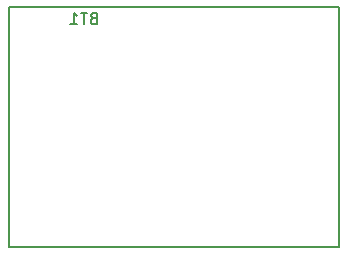
<source format=gbo>
G04 #@! TF.FileFunction,Legend,Bot*
%FSLAX46Y46*%
G04 Gerber Fmt 4.6, Leading zero omitted, Abs format (unit mm)*
G04 Created by KiCad (PCBNEW 4.0.6) date 05/11/17 00:54:59*
%MOMM*%
%LPD*%
G01*
G04 APERTURE LIST*
%ADD10C,0.100000*%
%ADD11C,0.150000*%
G04 APERTURE END LIST*
D10*
D11*
X134620000Y-110490000D02*
X162560000Y-110490000D01*
X162560000Y-110490000D02*
X162560000Y-90170000D01*
X162560000Y-90170000D02*
X134620000Y-90170000D01*
X134620000Y-90170000D02*
X134620000Y-110490000D01*
X141755714Y-91114571D02*
X141612857Y-91162190D01*
X141565238Y-91209810D01*
X141517619Y-91305048D01*
X141517619Y-91447905D01*
X141565238Y-91543143D01*
X141612857Y-91590762D01*
X141708095Y-91638381D01*
X142089048Y-91638381D01*
X142089048Y-90638381D01*
X141755714Y-90638381D01*
X141660476Y-90686000D01*
X141612857Y-90733619D01*
X141565238Y-90828857D01*
X141565238Y-90924095D01*
X141612857Y-91019333D01*
X141660476Y-91066952D01*
X141755714Y-91114571D01*
X142089048Y-91114571D01*
X141231905Y-90638381D02*
X140660476Y-90638381D01*
X140946191Y-91638381D02*
X140946191Y-90638381D01*
X139803333Y-91638381D02*
X140374762Y-91638381D01*
X140089048Y-91638381D02*
X140089048Y-90638381D01*
X140184286Y-90781238D01*
X140279524Y-90876476D01*
X140374762Y-90924095D01*
M02*

</source>
